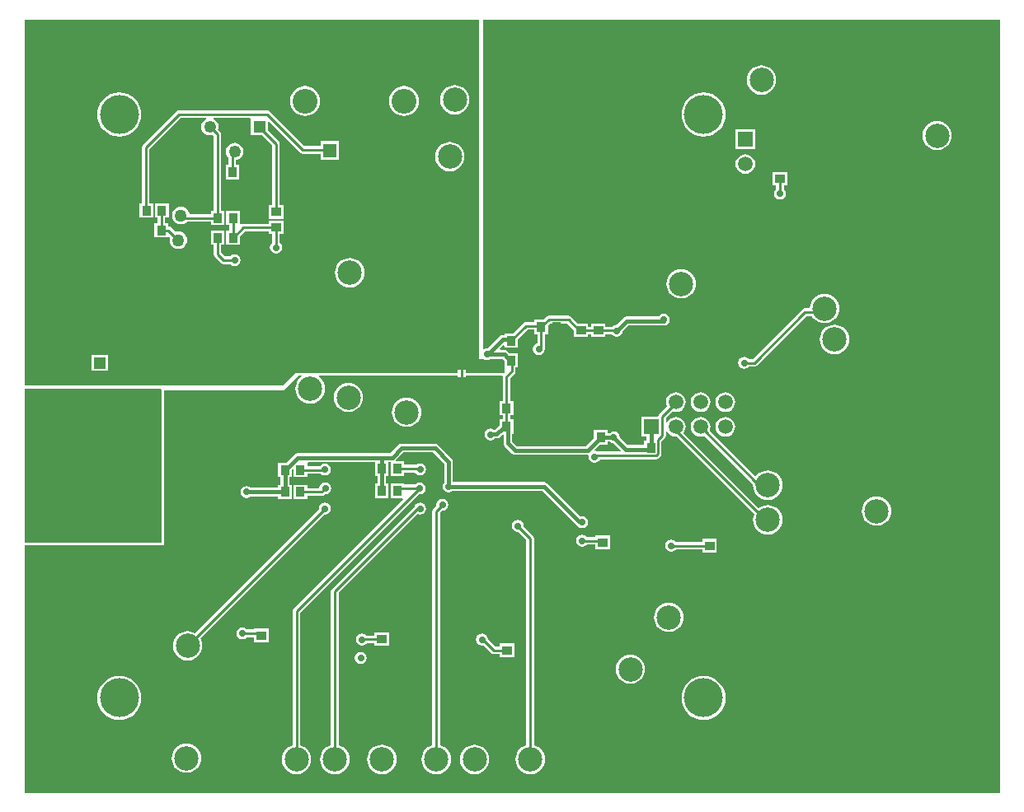
<source format=gbl>
G04*
G04 #@! TF.GenerationSoftware,Altium Limited,Altium Designer,18.1.7 (191)*
G04*
G04 Layer_Physical_Order=2*
G04 Layer_Color=16711680*
%FSLAX25Y25*%
%MOIN*%
G70*
G01*
G75*
%ADD13C,0.01000*%
%ADD24R,0.03937X0.03543*%
%ADD30R,0.03543X0.03937*%
%ADD73C,0.01500*%
%ADD74C,0.09843*%
%ADD75R,0.04574X0.04574*%
%ADD76C,0.04724*%
%ADD77R,0.05906X0.05906*%
%ADD78C,0.05906*%
%ADD79C,0.15748*%
%ADD80R,0.05906X0.05906*%
%ADD81R,0.04921X0.04921*%
%ADD82C,0.04921*%
%ADD83C,0.10039*%
%ADD84R,0.05512X0.05512*%
%ADD85C,0.05512*%
%ADD86C,0.02800*%
%ADD87C,0.05000*%
G36*
X395480Y1020D02*
X1020D01*
Y101191D01*
X57590D01*
Y164000D01*
X105886D01*
X111755Y169869D01*
X112993D01*
X113099Y169369D01*
X112293Y168707D01*
X111553Y167806D01*
X111003Y166777D01*
X110664Y165661D01*
X110550Y164500D01*
X110664Y163339D01*
X111003Y162223D01*
X111553Y161194D01*
X112293Y160293D01*
X113194Y159553D01*
X114223Y159003D01*
X115339Y158664D01*
X116500Y158550D01*
X117661Y158664D01*
X118777Y159003D01*
X119806Y159553D01*
X120707Y160293D01*
X121447Y161194D01*
X121997Y162223D01*
X122336Y163339D01*
X122450Y164500D01*
X122336Y165661D01*
X121997Y166777D01*
X121447Y167806D01*
X120707Y168707D01*
X119901Y169369D01*
X120007Y169869D01*
X176274D01*
Y168197D01*
X176390Y167612D01*
X176722Y167116D01*
X176919Y166919D01*
X177415Y166587D01*
X178000Y166471D01*
X178585Y166587D01*
X179081Y166919D01*
X179413Y167415D01*
X179529Y168000D01*
X179413Y168585D01*
X179332Y168706D01*
Y169869D01*
X194134D01*
X194451Y169482D01*
X194451Y169480D01*
Y159660D01*
X193209D01*
Y153723D01*
X194451D01*
Y152160D01*
X193209D01*
Y149943D01*
X191241Y147976D01*
X190863D01*
X190436Y148261D01*
X189500Y148447D01*
X188564Y148261D01*
X187770Y147730D01*
X187239Y146936D01*
X187053Y146000D01*
X187239Y145064D01*
X187770Y144270D01*
X188564Y143739D01*
X189500Y143553D01*
X190436Y143739D01*
X191230Y144270D01*
X191322Y144407D01*
X191980D01*
X192663Y144543D01*
X193242Y144930D01*
X194216Y145903D01*
X194716Y145696D01*
Y142500D01*
X194852Y141817D01*
X195238Y141238D01*
X198238Y138238D01*
X198817Y137852D01*
X199500Y137716D01*
X228659D01*
X228776Y137739D01*
X229130Y137385D01*
X229053Y137000D01*
X229239Y136064D01*
X229770Y135270D01*
X230564Y134739D01*
X231500Y134553D01*
X232436Y134739D01*
X233230Y135270D01*
X233720Y136002D01*
X256536D01*
X257121Y136118D01*
X257618Y136450D01*
X258204Y137036D01*
X258535Y137532D01*
X258651Y138117D01*
Y143187D01*
X259928Y144463D01*
X260260Y144959D01*
X260376Y145545D01*
Y147183D01*
X260876Y147283D01*
X260941Y147125D01*
X261575Y146300D01*
X262401Y145666D01*
X263362Y145268D01*
X264394Y145132D01*
X264669Y145168D01*
X296023Y113814D01*
X296003Y113777D01*
X295664Y112661D01*
X295550Y111500D01*
X295664Y110339D01*
X296003Y109223D01*
X296553Y108194D01*
X297293Y107293D01*
X298194Y106553D01*
X299223Y106003D01*
X300339Y105664D01*
X301500Y105550D01*
X302661Y105664D01*
X303777Y106003D01*
X304806Y106553D01*
X305707Y107293D01*
X306447Y108194D01*
X306997Y109223D01*
X307336Y110339D01*
X307450Y111500D01*
X307336Y112661D01*
X306997Y113777D01*
X306447Y114806D01*
X305707Y115707D01*
X304806Y116447D01*
X303777Y116997D01*
X302661Y117336D01*
X301500Y117450D01*
X300339Y117336D01*
X299223Y116997D01*
X298194Y116447D01*
X297932Y116231D01*
X267495Y146668D01*
X267847Y147125D01*
X268245Y148087D01*
X268381Y149119D01*
X268245Y150151D01*
X267847Y151112D01*
X267213Y151938D01*
X266387Y152572D01*
X265426Y152970D01*
X264394Y153106D01*
X263362Y152970D01*
X262401Y152572D01*
X261575Y151938D01*
X260941Y151112D01*
X260876Y150955D01*
X260376Y151055D01*
Y152713D01*
X263057Y155394D01*
X263362Y155268D01*
X264394Y155132D01*
X265426Y155268D01*
X266387Y155666D01*
X267213Y156300D01*
X267847Y157125D01*
X268245Y158087D01*
X268381Y159119D01*
X268245Y160151D01*
X267847Y161112D01*
X267213Y161938D01*
X266387Y162572D01*
X265426Y162970D01*
X264394Y163106D01*
X263362Y162970D01*
X262401Y162572D01*
X261575Y161938D01*
X260941Y161112D01*
X260543Y160151D01*
X260407Y159119D01*
X260543Y158087D01*
X260801Y157464D01*
X257765Y154428D01*
X257434Y153932D01*
X257317Y153347D01*
Y153072D01*
X250441D01*
Y145166D01*
X252566D01*
Y143468D01*
X251579D01*
Y141784D01*
X244895D01*
X241743Y144936D01*
X241576Y145777D01*
X241045Y146571D01*
X240252Y147102D01*
X239315Y147288D01*
X238379Y147102D01*
X237666Y146625D01*
X236772D01*
Y147809D01*
X231228D01*
Y144593D01*
X227920Y141284D01*
X200239D01*
X198284Y143239D01*
Y146223D01*
X198752D01*
Y152160D01*
X197510D01*
Y153723D01*
X198752D01*
Y159660D01*
X197510D01*
Y168847D01*
X199081Y170419D01*
X199413Y170915D01*
X199529Y171500D01*
Y173046D01*
X200622D01*
Y178983D01*
X197040D01*
X196262Y179762D01*
X195683Y180148D01*
X195000Y180284D01*
X193416D01*
X193224Y180746D01*
X194617Y182139D01*
X195079Y181947D01*
Y181046D01*
X200622D01*
Y184623D01*
X204469Y188471D01*
X207210D01*
Y186463D01*
X208453D01*
Y182838D01*
X208064Y182761D01*
X207270Y182230D01*
X206739Y181436D01*
X206553Y180500D01*
X206739Y179564D01*
X207270Y178770D01*
X208064Y178239D01*
X209000Y178053D01*
X209936Y178239D01*
X210730Y178770D01*
X211261Y179564D01*
X211447Y180500D01*
X211374Y180866D01*
X211395Y180897D01*
X211511Y181482D01*
Y186463D01*
X212754D01*
Y190040D01*
X213684Y190971D01*
X220367D01*
X223031Y188306D01*
Y185378D01*
X228969D01*
Y186620D01*
X230031D01*
Y185378D01*
X235968D01*
Y186620D01*
X238535D01*
X238770Y186270D01*
X239564Y185739D01*
X240500Y185553D01*
X241436Y185739D01*
X242230Y186270D01*
X242761Y187064D01*
X242928Y187905D01*
X245239Y190216D01*
X258682D01*
X259500Y190053D01*
X260436Y190239D01*
X261230Y190770D01*
X261761Y191564D01*
X261947Y192500D01*
X261761Y193436D01*
X261230Y194230D01*
X260436Y194761D01*
X259500Y194947D01*
X258564Y194761D01*
X257770Y194230D01*
X257472Y193784D01*
X244500D01*
X243817Y193649D01*
X243238Y193262D01*
X243238Y193262D01*
X240405Y190428D01*
X239564Y190261D01*
X238770Y189730D01*
X238735Y189679D01*
X235968D01*
Y190921D01*
X230031D01*
Y189679D01*
X228969D01*
Y190921D01*
X224742D01*
X222081Y193581D01*
X221585Y193913D01*
X221000Y194029D01*
X213050D01*
X212465Y193913D01*
X211969Y193581D01*
X210788Y192400D01*
X207210D01*
Y191529D01*
X203836D01*
X203251Y191413D01*
X202755Y191081D01*
X198656Y186983D01*
X195079D01*
Y186284D01*
X194455D01*
X193772Y186149D01*
X193193Y185762D01*
X188316Y180884D01*
X188000Y180947D01*
X187064Y180761D01*
X186941Y180679D01*
X186500Y180914D01*
Y313941D01*
X395480Y313941D01*
X395480Y1020D01*
D02*
G37*
G36*
X184954Y176632D02*
X185188Y176398D01*
X186827D01*
X187064Y176239D01*
X188000Y176053D01*
X188936Y176239D01*
X189173Y176398D01*
X194579D01*
X195079Y175898D01*
Y173046D01*
X195277D01*
Y171216D01*
X194842Y170781D01*
X179332D01*
Y173841D01*
X179216Y174426D01*
X178884Y174922D01*
X178388Y175254D01*
X177803Y175370D01*
X177218Y175254D01*
X176722Y174922D01*
X176390Y174426D01*
X176274Y173841D01*
Y170781D01*
X110337D01*
X105556Y166000D01*
X1020D01*
Y313941D01*
X184954D01*
Y176632D01*
D02*
G37*
G36*
X238379Y142580D02*
X239220Y142413D01*
X242110Y139523D01*
X241919Y139061D01*
X232736D01*
X232436Y139261D01*
X231781Y139391D01*
X231616Y139934D01*
X233555Y141872D01*
X236772D01*
Y143057D01*
X237666D01*
X238379Y142580D01*
D02*
G37*
G36*
X56571Y164000D02*
Y102211D01*
X1020D01*
X1020Y164500D01*
X56166D01*
X56571Y164000D01*
D02*
G37*
%LPC*%
G36*
X299000Y295450D02*
X297839Y295336D01*
X296723Y294997D01*
X295694Y294447D01*
X294793Y293707D01*
X294053Y292806D01*
X293503Y291777D01*
X293164Y290661D01*
X293050Y289500D01*
X293164Y288339D01*
X293503Y287223D01*
X294053Y286194D01*
X294793Y285293D01*
X295694Y284553D01*
X296723Y284003D01*
X297839Y283664D01*
X299000Y283550D01*
X300161Y283664D01*
X301277Y284003D01*
X302306Y284553D01*
X303207Y285293D01*
X303947Y286194D01*
X304497Y287223D01*
X304836Y288339D01*
X304950Y289500D01*
X304836Y290661D01*
X304497Y291777D01*
X303947Y292806D01*
X303207Y293707D01*
X302306Y294447D01*
X301277Y294997D01*
X300161Y295336D01*
X299000Y295450D01*
D02*
G37*
G36*
X275590Y284507D02*
X273851Y284336D01*
X272178Y283829D01*
X270637Y283005D01*
X269285Y281896D01*
X268176Y280544D01*
X267352Y279003D01*
X266845Y277330D01*
X266674Y275590D01*
X266845Y273851D01*
X267352Y272178D01*
X268176Y270637D01*
X269285Y269285D01*
X270637Y268176D01*
X272178Y267352D01*
X273851Y266845D01*
X275590Y266674D01*
X277330Y266845D01*
X279003Y267352D01*
X280544Y268176D01*
X281896Y269285D01*
X283005Y270637D01*
X283829Y272178D01*
X284336Y273851D01*
X284507Y275590D01*
X284336Y277330D01*
X283829Y279003D01*
X283005Y280544D01*
X281896Y281896D01*
X280544Y283005D01*
X279003Y283829D01*
X277330Y284336D01*
X275590Y284507D01*
D02*
G37*
G36*
X296453Y269453D02*
X288547D01*
Y261547D01*
X296453D01*
Y269453D01*
D02*
G37*
G36*
X370000Y272950D02*
X368839Y272836D01*
X367723Y272497D01*
X366694Y271947D01*
X365793Y271207D01*
X365053Y270306D01*
X364503Y269277D01*
X364164Y268161D01*
X364050Y267000D01*
X364164Y265839D01*
X364503Y264723D01*
X365053Y263694D01*
X365793Y262793D01*
X366694Y262053D01*
X367723Y261503D01*
X368839Y261164D01*
X370000Y261050D01*
X371161Y261164D01*
X372277Y261503D01*
X373306Y262053D01*
X374207Y262793D01*
X374947Y263694D01*
X375497Y264723D01*
X375836Y265839D01*
X375950Y267000D01*
X375836Y268161D01*
X375497Y269277D01*
X374947Y270306D01*
X374207Y271207D01*
X373306Y271947D01*
X372277Y272497D01*
X371161Y272836D01*
X370000Y272950D01*
D02*
G37*
G36*
X292500Y259487D02*
X291468Y259351D01*
X290507Y258953D01*
X289681Y258319D01*
X289047Y257493D01*
X288649Y256532D01*
X288513Y255500D01*
X288649Y254468D01*
X289047Y253507D01*
X289681Y252681D01*
X290507Y252047D01*
X291468Y251649D01*
X292500Y251513D01*
X293532Y251649D01*
X294493Y252047D01*
X295319Y252681D01*
X295953Y253507D01*
X296351Y254468D01*
X296487Y255500D01*
X296351Y256532D01*
X295953Y257493D01*
X295319Y258319D01*
X294493Y258953D01*
X293532Y259351D01*
X292500Y259487D01*
D02*
G37*
G36*
X309469Y252272D02*
X303532D01*
Y246728D01*
X304971D01*
Y245364D01*
X304770Y245230D01*
X304239Y244436D01*
X304053Y243500D01*
X304239Y242564D01*
X304770Y241770D01*
X305564Y241239D01*
X306500Y241053D01*
X307436Y241239D01*
X308230Y241770D01*
X308761Y242564D01*
X308947Y243500D01*
X308761Y244436D01*
X308230Y245230D01*
X308029Y245364D01*
Y246728D01*
X309469D01*
Y252272D01*
D02*
G37*
G36*
X266500Y212950D02*
X265339Y212836D01*
X264223Y212497D01*
X263194Y211947D01*
X262293Y211207D01*
X261553Y210306D01*
X261003Y209277D01*
X260664Y208161D01*
X260550Y207000D01*
X260664Y205839D01*
X261003Y204723D01*
X261553Y203694D01*
X262293Y202793D01*
X263194Y202053D01*
X264223Y201503D01*
X265339Y201164D01*
X266500Y201050D01*
X267661Y201164D01*
X268777Y201503D01*
X269806Y202053D01*
X270707Y202793D01*
X271447Y203694D01*
X271997Y204723D01*
X272336Y205839D01*
X272450Y207000D01*
X272336Y208161D01*
X271997Y209277D01*
X271447Y210306D01*
X270707Y211207D01*
X269806Y211947D01*
X268777Y212497D01*
X267661Y212836D01*
X266500Y212950D01*
D02*
G37*
G36*
X324500Y202950D02*
X323339Y202836D01*
X322223Y202497D01*
X321194Y201947D01*
X320293Y201207D01*
X319553Y200306D01*
X319003Y199277D01*
X318664Y198161D01*
X318553Y197029D01*
X316500D01*
X315915Y196913D01*
X315419Y196581D01*
X295367Y176529D01*
X293864D01*
X293730Y176730D01*
X292936Y177261D01*
X292000Y177447D01*
X291064Y177261D01*
X290270Y176730D01*
X289739Y175936D01*
X289553Y175000D01*
X289739Y174064D01*
X290270Y173270D01*
X291064Y172739D01*
X292000Y172553D01*
X292936Y172739D01*
X293730Y173270D01*
X293864Y173471D01*
X296000D01*
X296585Y173587D01*
X297081Y173919D01*
X317133Y193971D01*
X319405D01*
X319553Y193694D01*
X320293Y192793D01*
X321194Y192053D01*
X322223Y191503D01*
X323339Y191164D01*
X324500Y191050D01*
X325661Y191164D01*
X326777Y191503D01*
X327806Y192053D01*
X328707Y192793D01*
X329447Y193694D01*
X329997Y194723D01*
X330336Y195839D01*
X330450Y197000D01*
X330336Y198161D01*
X329997Y199277D01*
X329447Y200306D01*
X328707Y201207D01*
X327806Y201947D01*
X326777Y202497D01*
X325661Y202836D01*
X324500Y202950D01*
D02*
G37*
G36*
X328500Y190450D02*
X327339Y190336D01*
X326223Y189997D01*
X325194Y189447D01*
X324293Y188707D01*
X323553Y187806D01*
X323003Y186777D01*
X322664Y185661D01*
X322550Y184500D01*
X322664Y183339D01*
X323003Y182223D01*
X323553Y181194D01*
X324293Y180293D01*
X325194Y179553D01*
X326223Y179003D01*
X327339Y178664D01*
X328500Y178550D01*
X329661Y178664D01*
X330777Y179003D01*
X331806Y179553D01*
X332707Y180293D01*
X333447Y181194D01*
X333997Y182223D01*
X334336Y183339D01*
X334450Y184500D01*
X334336Y185661D01*
X333997Y186777D01*
X333447Y187806D01*
X332707Y188707D01*
X331806Y189447D01*
X330777Y189997D01*
X329661Y190336D01*
X328500Y190450D01*
D02*
G37*
G36*
X284394Y163106D02*
X283362Y162970D01*
X282401Y162572D01*
X281575Y161938D01*
X280941Y161112D01*
X280543Y160151D01*
X280407Y159119D01*
X280543Y158087D01*
X280941Y157125D01*
X281575Y156300D01*
X282401Y155666D01*
X283362Y155268D01*
X284394Y155132D01*
X285426Y155268D01*
X286387Y155666D01*
X287213Y156300D01*
X287847Y157125D01*
X288245Y158087D01*
X288381Y159119D01*
X288245Y160151D01*
X287847Y161112D01*
X287213Y161938D01*
X286387Y162572D01*
X285426Y162970D01*
X284394Y163106D01*
D02*
G37*
G36*
X274394D02*
X273362Y162970D01*
X272401Y162572D01*
X271575Y161938D01*
X270941Y161112D01*
X270543Y160151D01*
X270407Y159119D01*
X270543Y158087D01*
X270941Y157125D01*
X271575Y156300D01*
X272401Y155666D01*
X273362Y155268D01*
X274394Y155132D01*
X275426Y155268D01*
X276387Y155666D01*
X277213Y156300D01*
X277847Y157125D01*
X278245Y158087D01*
X278381Y159119D01*
X278245Y160151D01*
X277847Y161112D01*
X277213Y161938D01*
X276387Y162572D01*
X275426Y162970D01*
X274394Y163106D01*
D02*
G37*
G36*
X132000Y166950D02*
X130839Y166836D01*
X129723Y166497D01*
X128694Y165947D01*
X127793Y165207D01*
X127053Y164306D01*
X126503Y163277D01*
X126164Y162161D01*
X126050Y161000D01*
X126164Y159839D01*
X126503Y158723D01*
X127053Y157694D01*
X127793Y156793D01*
X128694Y156053D01*
X129723Y155503D01*
X130839Y155164D01*
X132000Y155050D01*
X133161Y155164D01*
X134277Y155503D01*
X135306Y156053D01*
X136207Y156793D01*
X136947Y157694D01*
X137497Y158723D01*
X137836Y159839D01*
X137950Y161000D01*
X137836Y162161D01*
X137497Y163277D01*
X136947Y164306D01*
X136207Y165207D01*
X135306Y165947D01*
X134277Y166497D01*
X133161Y166836D01*
X132000Y166950D01*
D02*
G37*
G36*
X155500Y160950D02*
X154339Y160836D01*
X153223Y160497D01*
X152194Y159947D01*
X151293Y159207D01*
X150553Y158306D01*
X150003Y157277D01*
X149664Y156161D01*
X149550Y155000D01*
X149664Y153839D01*
X150003Y152723D01*
X150553Y151694D01*
X151293Y150793D01*
X152194Y150053D01*
X153223Y149503D01*
X154339Y149164D01*
X155500Y149050D01*
X156661Y149164D01*
X157777Y149503D01*
X158806Y150053D01*
X159707Y150793D01*
X160447Y151694D01*
X160997Y152723D01*
X161336Y153839D01*
X161450Y155000D01*
X161336Y156161D01*
X160997Y157277D01*
X160447Y158306D01*
X159707Y159207D01*
X158806Y159947D01*
X157777Y160497D01*
X156661Y160836D01*
X155500Y160950D01*
D02*
G37*
G36*
X284394Y153106D02*
X283362Y152970D01*
X282401Y152572D01*
X281575Y151938D01*
X280941Y151112D01*
X280543Y150151D01*
X280407Y149119D01*
X280543Y148087D01*
X280941Y147125D01*
X281575Y146300D01*
X282401Y145666D01*
X283362Y145268D01*
X284394Y145132D01*
X285426Y145268D01*
X286387Y145666D01*
X287213Y146300D01*
X287847Y147125D01*
X288245Y148087D01*
X288381Y149119D01*
X288245Y150151D01*
X287847Y151112D01*
X287213Y151938D01*
X286387Y152572D01*
X285426Y152970D01*
X284394Y153106D01*
D02*
G37*
G36*
X160843Y126638D02*
X159907Y126452D01*
X159113Y125922D01*
X158978Y125721D01*
X154606D01*
Y126160D01*
X149063D01*
Y120223D01*
X153907D01*
X154098Y119761D01*
X109919Y75581D01*
X109587Y75085D01*
X109471Y74500D01*
Y20224D01*
X108723Y19997D01*
X107694Y19447D01*
X106793Y18707D01*
X106053Y17806D01*
X105503Y16777D01*
X105164Y15661D01*
X105050Y14500D01*
X105164Y13339D01*
X105503Y12223D01*
X106053Y11194D01*
X106793Y10293D01*
X107694Y9553D01*
X108723Y9003D01*
X109839Y8664D01*
X111000Y8550D01*
X112161Y8664D01*
X113277Y9003D01*
X114306Y9553D01*
X115207Y10293D01*
X115947Y11194D01*
X116497Y12223D01*
X116836Y13339D01*
X116950Y14500D01*
X116836Y15661D01*
X116497Y16777D01*
X115947Y17806D01*
X115207Y18707D01*
X114306Y19447D01*
X113277Y19997D01*
X112529Y20224D01*
Y73866D01*
X160479Y121817D01*
X160843Y121744D01*
X161779Y121931D01*
X162573Y122461D01*
X163104Y123255D01*
X163290Y124191D01*
X163104Y125128D01*
X162573Y125922D01*
X161779Y126452D01*
X160843Y126638D01*
D02*
G37*
G36*
X122697D02*
X121760Y126452D01*
X120966Y125922D01*
X120436Y125128D01*
X120256Y124224D01*
X115421D01*
Y125664D01*
X109878D01*
Y119727D01*
X115421D01*
Y121166D01*
X121201D01*
X121786Y121282D01*
X122282Y121614D01*
X122460Y121792D01*
X122697Y121744D01*
X123633Y121931D01*
X124427Y122461D01*
X124958Y123255D01*
X125144Y124191D01*
X124958Y125128D01*
X124427Y125922D01*
X123633Y126452D01*
X122697Y126638D01*
D02*
G37*
G36*
X274394Y153106D02*
X273362Y152970D01*
X272401Y152572D01*
X271575Y151938D01*
X270941Y151112D01*
X270543Y150151D01*
X270407Y149119D01*
X270543Y148087D01*
X270941Y147125D01*
X271575Y146300D01*
X272401Y145666D01*
X273362Y145268D01*
X274394Y145132D01*
X275426Y145268D01*
X275890Y145460D01*
X295577Y125773D01*
X295550Y125500D01*
X295664Y124339D01*
X296003Y123223D01*
X296553Y122194D01*
X297293Y121293D01*
X298194Y120553D01*
X299223Y120003D01*
X300339Y119664D01*
X301500Y119550D01*
X302661Y119664D01*
X303777Y120003D01*
X304806Y120553D01*
X305707Y121293D01*
X306447Y122194D01*
X306997Y123223D01*
X307336Y124339D01*
X307450Y125500D01*
X307336Y126661D01*
X306997Y127777D01*
X306447Y128806D01*
X305707Y129707D01*
X304806Y130447D01*
X303777Y130997D01*
X302661Y131336D01*
X301500Y131450D01*
X300339Y131336D01*
X299223Y130997D01*
X298194Y130447D01*
X297293Y129707D01*
X296932Y129268D01*
X296433Y129243D01*
X278053Y147623D01*
X278245Y148087D01*
X278381Y149119D01*
X278245Y150151D01*
X277847Y151112D01*
X277213Y151938D01*
X276387Y152572D01*
X275426Y152970D01*
X274394Y153106D01*
D02*
G37*
G36*
X170000Y119947D02*
X169064Y119761D01*
X168270Y119230D01*
X167739Y118436D01*
X167553Y117500D01*
X167600Y117263D01*
X166419Y116081D01*
X166087Y115585D01*
X165971Y115000D01*
Y20224D01*
X165223Y19997D01*
X164194Y19447D01*
X163293Y18707D01*
X162553Y17806D01*
X162003Y16777D01*
X161664Y15661D01*
X161550Y14500D01*
X161664Y13339D01*
X162003Y12223D01*
X162553Y11194D01*
X163293Y10293D01*
X164194Y9553D01*
X165223Y9003D01*
X166339Y8664D01*
X167500Y8550D01*
X168661Y8664D01*
X169777Y9003D01*
X170806Y9553D01*
X171707Y10293D01*
X172447Y11194D01*
X172997Y12223D01*
X173336Y13339D01*
X173450Y14500D01*
X173336Y15661D01*
X172997Y16777D01*
X172447Y17806D01*
X171707Y18707D01*
X170806Y19447D01*
X169777Y19997D01*
X169029Y20224D01*
Y114366D01*
X169763Y115100D01*
X170000Y115053D01*
X170936Y115239D01*
X171730Y115770D01*
X172261Y116564D01*
X172447Y117500D01*
X172261Y118436D01*
X171730Y119230D01*
X170936Y119761D01*
X170000Y119947D01*
D02*
G37*
G36*
X161000Y118447D02*
X160064Y118261D01*
X159270Y117730D01*
X158739Y116936D01*
X158731Y116894D01*
X125419Y83581D01*
X125087Y83085D01*
X124971Y82500D01*
Y20224D01*
X124223Y19997D01*
X123194Y19447D01*
X122293Y18707D01*
X121553Y17806D01*
X121003Y16777D01*
X120664Y15661D01*
X120550Y14500D01*
X120664Y13339D01*
X121003Y12223D01*
X121553Y11194D01*
X122293Y10293D01*
X123194Y9553D01*
X124223Y9003D01*
X125339Y8664D01*
X126500Y8550D01*
X127661Y8664D01*
X128777Y9003D01*
X129806Y9553D01*
X130707Y10293D01*
X131447Y11194D01*
X131997Y12223D01*
X132336Y13339D01*
X132450Y14500D01*
X132336Y15661D01*
X131997Y16777D01*
X131447Y17806D01*
X130707Y18707D01*
X129806Y19447D01*
X128777Y19997D01*
X128029Y20224D01*
Y81867D01*
X159967Y113804D01*
X160064Y113739D01*
X161000Y113553D01*
X161936Y113739D01*
X162730Y114270D01*
X163261Y115064D01*
X163447Y116000D01*
X163261Y116936D01*
X162730Y117730D01*
X161936Y118261D01*
X161000Y118447D01*
D02*
G37*
G36*
X122500D02*
X121564Y118261D01*
X120770Y117730D01*
X120239Y116936D01*
X120053Y116000D01*
X120100Y115763D01*
X69966Y65629D01*
X69277Y65997D01*
X68161Y66336D01*
X67000Y66450D01*
X65839Y66336D01*
X64723Y65997D01*
X63694Y65447D01*
X62793Y64707D01*
X62053Y63806D01*
X61503Y62777D01*
X61164Y61661D01*
X61050Y60500D01*
X61164Y59339D01*
X61503Y58223D01*
X62053Y57194D01*
X62793Y56293D01*
X63694Y55553D01*
X64723Y55003D01*
X65839Y54664D01*
X67000Y54550D01*
X68161Y54664D01*
X69277Y55003D01*
X70306Y55553D01*
X71207Y56293D01*
X71947Y57194D01*
X72497Y58223D01*
X72836Y59339D01*
X72950Y60500D01*
X72836Y61661D01*
X72497Y62777D01*
X72129Y63466D01*
X122263Y113600D01*
X122500Y113553D01*
X123436Y113739D01*
X124230Y114270D01*
X124761Y115064D01*
X124947Y116000D01*
X124761Y116936D01*
X124230Y117730D01*
X123436Y118261D01*
X122500Y118447D01*
D02*
G37*
G36*
X345500Y120950D02*
X344339Y120836D01*
X343223Y120497D01*
X342194Y119947D01*
X341293Y119207D01*
X340553Y118306D01*
X340003Y117277D01*
X339664Y116161D01*
X339550Y115000D01*
X339664Y113839D01*
X340003Y112723D01*
X340553Y111694D01*
X341293Y110793D01*
X342194Y110053D01*
X343223Y109503D01*
X344339Y109164D01*
X345500Y109050D01*
X346661Y109164D01*
X347777Y109503D01*
X348806Y110053D01*
X349707Y110793D01*
X350447Y111694D01*
X350997Y112723D01*
X351336Y113839D01*
X351450Y115000D01*
X351336Y116161D01*
X350997Y117277D01*
X350447Y118306D01*
X349707Y119207D01*
X348806Y119947D01*
X347777Y120497D01*
X346661Y120836D01*
X345500Y120950D01*
D02*
G37*
G36*
X153500Y142284D02*
X152817Y142148D01*
X152238Y141762D01*
X148952Y138476D01*
X145691D01*
X145691Y138476D01*
X145691Y138476D01*
X111351D01*
X111350Y138476D01*
X110668Y138340D01*
X110089Y137953D01*
X110089Y137953D01*
X106796Y134660D01*
X103579D01*
Y128723D01*
X104566D01*
Y125664D01*
X103579D01*
Y124480D01*
X92523D01*
X91810Y124956D01*
X90874Y125143D01*
X89938Y124956D01*
X89144Y124426D01*
X88613Y123632D01*
X88427Y122695D01*
X88613Y121759D01*
X89144Y120965D01*
X89938Y120435D01*
X90874Y120248D01*
X91810Y120435D01*
X92523Y120911D01*
X103579D01*
Y119727D01*
X109122D01*
Y125664D01*
X108135D01*
Y128723D01*
X109122D01*
Y131874D01*
X109401Y132098D01*
X109878Y131888D01*
Y128723D01*
X115421D01*
Y130162D01*
X120723D01*
X120770Y130091D01*
X121564Y129561D01*
X122500Y129374D01*
X123437Y129561D01*
X124231Y130091D01*
X124761Y130885D01*
X124947Y131821D01*
X124761Y132758D01*
X124231Y133552D01*
X123437Y134082D01*
X122500Y134268D01*
X121564Y134082D01*
X120770Y133552D01*
X120549Y133221D01*
X115421D01*
Y134660D01*
X115819Y134907D01*
X142764D01*
Y129254D01*
X143751D01*
Y126160D01*
X142764D01*
Y120223D01*
X148307D01*
Y126160D01*
X147320D01*
Y129254D01*
X148307D01*
Y134907D01*
X149063D01*
Y129254D01*
X154606D01*
Y130694D01*
X158867D01*
X159270Y130091D01*
X160064Y129561D01*
X161000Y129374D01*
X161936Y129561D01*
X162730Y130091D01*
X163261Y130885D01*
X163447Y131821D01*
X163261Y132758D01*
X162730Y133552D01*
X161936Y134082D01*
X161000Y134268D01*
X160064Y134082D01*
X159570Y133752D01*
X154606D01*
Y135191D01*
X151422D01*
X151215Y135691D01*
X154239Y138716D01*
X166261D01*
X170716Y134261D01*
Y126649D01*
X170239Y125936D01*
X170053Y125000D01*
X170239Y124064D01*
X170770Y123270D01*
X171564Y122739D01*
X172500Y122553D01*
X173436Y122739D01*
X174150Y123216D01*
X210261D01*
X223738Y109738D01*
X224317Y109352D01*
X224391Y109337D01*
X224770Y108770D01*
X225564Y108239D01*
X226500Y108053D01*
X227436Y108239D01*
X228230Y108770D01*
X228761Y109564D01*
X228947Y110500D01*
X228761Y111436D01*
X228230Y112230D01*
X227436Y112761D01*
X226500Y112947D01*
X225730Y112794D01*
X212262Y126262D01*
X211683Y126648D01*
X211000Y126784D01*
X174284D01*
Y135000D01*
X174148Y135683D01*
X173762Y136262D01*
X173762Y136262D01*
X168262Y141762D01*
X167683Y142148D01*
X167000Y142284D01*
X153500D01*
X153500Y142284D01*
D02*
G37*
G36*
X280968Y103772D02*
X275031D01*
Y102529D01*
X264365D01*
X264230Y102730D01*
X263436Y103261D01*
X262500Y103447D01*
X261564Y103261D01*
X260770Y102730D01*
X260239Y101936D01*
X260053Y101000D01*
X260239Y100064D01*
X260770Y99270D01*
X261564Y98739D01*
X262500Y98553D01*
X263436Y98739D01*
X264230Y99270D01*
X264365Y99471D01*
X275031D01*
Y98228D01*
X280968D01*
Y103772D01*
D02*
G37*
G36*
X226500Y105447D02*
X225564Y105261D01*
X224770Y104730D01*
X224239Y103936D01*
X224053Y103000D01*
X224239Y102064D01*
X224770Y101270D01*
X225564Y100739D01*
X226500Y100553D01*
X227436Y100739D01*
X228230Y101270D01*
X228364Y101471D01*
X231953D01*
Y99579D01*
X237890D01*
Y105122D01*
X231953D01*
Y104529D01*
X228364D01*
X228230Y104730D01*
X227436Y105261D01*
X226500Y105447D01*
D02*
G37*
G36*
X261500Y77950D02*
X260339Y77836D01*
X259223Y77497D01*
X258194Y76947D01*
X257293Y76207D01*
X256553Y75306D01*
X256003Y74277D01*
X255664Y73161D01*
X255550Y72000D01*
X255664Y70839D01*
X256003Y69723D01*
X256553Y68694D01*
X257293Y67793D01*
X258194Y67053D01*
X259223Y66503D01*
X260339Y66164D01*
X261500Y66050D01*
X262661Y66164D01*
X263777Y66503D01*
X264806Y67053D01*
X265707Y67793D01*
X266447Y68694D01*
X266997Y69723D01*
X267336Y70839D01*
X267450Y72000D01*
X267336Y73161D01*
X266997Y74277D01*
X266447Y75306D01*
X265707Y76207D01*
X264806Y76947D01*
X263777Y77497D01*
X262661Y77836D01*
X261500Y77950D01*
D02*
G37*
G36*
X148468Y65921D02*
X142532D01*
Y64679D01*
X139265D01*
X139230Y64730D01*
X138436Y65261D01*
X137500Y65447D01*
X136564Y65261D01*
X135770Y64730D01*
X135239Y63936D01*
X135053Y63000D01*
X135239Y62064D01*
X135770Y61270D01*
X136564Y60739D01*
X137500Y60553D01*
X138436Y60739D01*
X139230Y61270D01*
X139464Y61620D01*
X142532D01*
Y60378D01*
X148468D01*
Y65921D01*
D02*
G37*
G36*
X89191Y67947D02*
X88255Y67761D01*
X87461Y67230D01*
X86931Y66436D01*
X86744Y65500D01*
X86931Y64564D01*
X87461Y63770D01*
X88255Y63239D01*
X89191Y63053D01*
X90128Y63239D01*
X90922Y63770D01*
X91056Y63971D01*
X93723D01*
Y61878D01*
X99660D01*
Y67421D01*
X93723D01*
Y67029D01*
X91056D01*
X90922Y67230D01*
X90128Y67761D01*
X89191Y67947D01*
D02*
G37*
G36*
X186000Y65447D02*
X185064Y65261D01*
X184270Y64730D01*
X183739Y63936D01*
X183553Y63000D01*
X183739Y62064D01*
X184270Y61270D01*
X185064Y60739D01*
X186000Y60553D01*
X186654Y60683D01*
X189806Y57531D01*
X190302Y57200D01*
X190887Y57083D01*
X193081D01*
Y55841D01*
X199018D01*
Y61384D01*
X193081D01*
Y60142D01*
X191521D01*
X188393Y63270D01*
X188261Y63936D01*
X187730Y64730D01*
X186936Y65261D01*
X186000Y65447D01*
D02*
G37*
G36*
X137000Y57947D02*
X136064Y57761D01*
X135270Y57230D01*
X134739Y56436D01*
X134553Y55500D01*
X134739Y54564D01*
X135270Y53770D01*
X136064Y53239D01*
X137000Y53053D01*
X137936Y53239D01*
X138730Y53770D01*
X139261Y54564D01*
X139447Y55500D01*
X139261Y56436D01*
X138730Y57230D01*
X137936Y57761D01*
X137000Y57947D01*
D02*
G37*
G36*
X246000Y56950D02*
X244839Y56836D01*
X243723Y56497D01*
X242694Y55947D01*
X241793Y55207D01*
X241053Y54306D01*
X240503Y53277D01*
X240164Y52161D01*
X240050Y51000D01*
X240164Y49839D01*
X240503Y48723D01*
X241053Y47694D01*
X241793Y46793D01*
X242694Y46053D01*
X243723Y45503D01*
X244839Y45164D01*
X246000Y45050D01*
X247161Y45164D01*
X248277Y45503D01*
X249306Y46053D01*
X250207Y46793D01*
X250947Y47694D01*
X251497Y48723D01*
X251836Y49839D01*
X251950Y51000D01*
X251836Y52161D01*
X251497Y53277D01*
X250947Y54306D01*
X250207Y55207D01*
X249306Y55947D01*
X248277Y56497D01*
X247161Y56836D01*
X246000Y56950D01*
D02*
G37*
G36*
X275590Y48287D02*
X273851Y48116D01*
X272178Y47608D01*
X270637Y46784D01*
X269285Y45675D01*
X268176Y44324D01*
X267352Y42783D01*
X266845Y41110D01*
X266674Y39370D01*
X266845Y37631D01*
X267352Y35958D01*
X268176Y34416D01*
X269285Y33065D01*
X270637Y31956D01*
X272178Y31132D01*
X273851Y30624D01*
X275590Y30453D01*
X277330Y30624D01*
X279003Y31132D01*
X280544Y31956D01*
X281896Y33065D01*
X283005Y34416D01*
X283829Y35958D01*
X284336Y37631D01*
X284507Y39370D01*
X284336Y41110D01*
X283829Y42783D01*
X283005Y44324D01*
X281896Y45675D01*
X280544Y46784D01*
X279003Y47608D01*
X277330Y48116D01*
X275590Y48287D01*
D02*
G37*
G36*
X39370D02*
X37631Y48116D01*
X35958Y47608D01*
X34416Y46784D01*
X33065Y45675D01*
X31956Y44324D01*
X31132Y42783D01*
X30624Y41110D01*
X30453Y39370D01*
X30624Y37631D01*
X31132Y35958D01*
X31956Y34416D01*
X33065Y33065D01*
X34416Y31956D01*
X35958Y31132D01*
X37631Y30624D01*
X39370Y30453D01*
X41110Y30624D01*
X42783Y31132D01*
X44324Y31956D01*
X45675Y33065D01*
X46784Y34416D01*
X47608Y35958D01*
X48116Y37631D01*
X48287Y39370D01*
X48116Y41110D01*
X47608Y42783D01*
X46784Y44324D01*
X45675Y45675D01*
X44324Y46784D01*
X42783Y47608D01*
X41110Y48116D01*
X39370Y48287D01*
D02*
G37*
G36*
X66500Y20950D02*
X65339Y20836D01*
X64223Y20497D01*
X63194Y19947D01*
X62293Y19207D01*
X61553Y18306D01*
X61003Y17277D01*
X60664Y16161D01*
X60550Y15000D01*
X60664Y13839D01*
X61003Y12723D01*
X61553Y11694D01*
X62293Y10793D01*
X63194Y10053D01*
X64223Y9503D01*
X65339Y9164D01*
X66500Y9050D01*
X67661Y9164D01*
X68777Y9503D01*
X69806Y10053D01*
X70707Y10793D01*
X71447Y11694D01*
X71997Y12723D01*
X72336Y13839D01*
X72450Y15000D01*
X72336Y16161D01*
X71997Y17277D01*
X71447Y18306D01*
X70707Y19207D01*
X69806Y19947D01*
X68777Y20497D01*
X67661Y20836D01*
X66500Y20950D01*
D02*
G37*
G36*
X200500Y111447D02*
X199564Y111261D01*
X198770Y110730D01*
X198239Y109936D01*
X198053Y109000D01*
X198239Y108064D01*
X198770Y107270D01*
X199564Y106739D01*
X200500Y106553D01*
X200737Y106600D01*
X203971Y103366D01*
Y20224D01*
X203223Y19997D01*
X202194Y19447D01*
X201293Y18707D01*
X200553Y17806D01*
X200003Y16777D01*
X199664Y15661D01*
X199550Y14500D01*
X199664Y13339D01*
X200003Y12223D01*
X200553Y11194D01*
X201293Y10293D01*
X202194Y9553D01*
X203223Y9003D01*
X204339Y8664D01*
X205500Y8550D01*
X206661Y8664D01*
X207777Y9003D01*
X208806Y9553D01*
X209707Y10293D01*
X210447Y11194D01*
X210997Y12223D01*
X211336Y13339D01*
X211450Y14500D01*
X211336Y15661D01*
X210997Y16777D01*
X210447Y17806D01*
X209707Y18707D01*
X208806Y19447D01*
X207777Y19997D01*
X207029Y20224D01*
Y104000D01*
X206913Y104585D01*
X206581Y105081D01*
X202900Y108763D01*
X202947Y109000D01*
X202761Y109936D01*
X202230Y110730D01*
X201436Y111261D01*
X200500Y111447D01*
D02*
G37*
G36*
X183000Y20450D02*
X181839Y20336D01*
X180723Y19997D01*
X179694Y19447D01*
X178793Y18707D01*
X178053Y17806D01*
X177503Y16777D01*
X177164Y15661D01*
X177050Y14500D01*
X177164Y13339D01*
X177503Y12223D01*
X178053Y11194D01*
X178793Y10293D01*
X179694Y9553D01*
X180723Y9003D01*
X181839Y8664D01*
X183000Y8550D01*
X184161Y8664D01*
X185277Y9003D01*
X186306Y9553D01*
X187207Y10293D01*
X187947Y11194D01*
X188497Y12223D01*
X188836Y13339D01*
X188950Y14500D01*
X188836Y15661D01*
X188497Y16777D01*
X187947Y17806D01*
X187207Y18707D01*
X186306Y19447D01*
X185277Y19997D01*
X184161Y20336D01*
X183000Y20450D01*
D02*
G37*
G36*
X145500D02*
X144339Y20336D01*
X143223Y19997D01*
X142194Y19447D01*
X141293Y18707D01*
X140553Y17806D01*
X140003Y16777D01*
X139664Y15661D01*
X139550Y14500D01*
X139664Y13339D01*
X140003Y12223D01*
X140553Y11194D01*
X141293Y10293D01*
X142194Y9553D01*
X143223Y9003D01*
X144339Y8664D01*
X145500Y8550D01*
X146661Y8664D01*
X147777Y9003D01*
X148806Y9553D01*
X149707Y10293D01*
X150447Y11194D01*
X150997Y12223D01*
X151336Y13339D01*
X151450Y14500D01*
X151336Y15661D01*
X150997Y16777D01*
X150447Y17806D01*
X149707Y18707D01*
X148806Y19447D01*
X147777Y19997D01*
X146661Y20336D01*
X145500Y20450D01*
D02*
G37*
G36*
X175000Y287450D02*
X173839Y287336D01*
X172723Y286997D01*
X171694Y286447D01*
X170793Y285707D01*
X170053Y284806D01*
X169503Y283777D01*
X169164Y282661D01*
X169050Y281500D01*
X169164Y280339D01*
X169503Y279223D01*
X170053Y278194D01*
X170793Y277293D01*
X171694Y276553D01*
X172723Y276003D01*
X173839Y275664D01*
X175000Y275550D01*
X176161Y275664D01*
X177277Y276003D01*
X178306Y276553D01*
X179207Y277293D01*
X179947Y278194D01*
X180497Y279223D01*
X180836Y280339D01*
X180950Y281500D01*
X180836Y282661D01*
X180497Y283777D01*
X179947Y284806D01*
X179207Y285707D01*
X178306Y286447D01*
X177277Y286997D01*
X176161Y287336D01*
X175000Y287450D01*
D02*
G37*
G36*
X154500Y287049D02*
X153320Y286933D01*
X152185Y286588D01*
X151139Y286029D01*
X150223Y285277D01*
X149471Y284361D01*
X148912Y283315D01*
X148567Y282180D01*
X148451Y281000D01*
X148567Y279820D01*
X148912Y278685D01*
X149471Y277640D01*
X150223Y276723D01*
X151139Y275971D01*
X152185Y275412D01*
X153320Y275067D01*
X154500Y274951D01*
X155680Y275067D01*
X156815Y275412D01*
X157861Y275971D01*
X158777Y276723D01*
X159529Y277640D01*
X160088Y278685D01*
X160433Y279820D01*
X160549Y281000D01*
X160433Y282180D01*
X160088Y283315D01*
X159529Y284361D01*
X158777Y285277D01*
X157861Y286029D01*
X156815Y286588D01*
X155680Y286933D01*
X154500Y287049D01*
D02*
G37*
G36*
X114500D02*
X113320Y286933D01*
X112185Y286588D01*
X111140Y286029D01*
X110223Y285277D01*
X109471Y284361D01*
X108912Y283315D01*
X108567Y282180D01*
X108451Y281000D01*
X108567Y279820D01*
X108912Y278685D01*
X109471Y277640D01*
X110223Y276723D01*
X111140Y275971D01*
X112185Y275412D01*
X113320Y275067D01*
X114500Y274951D01*
X115680Y275067D01*
X116815Y275412D01*
X117860Y275971D01*
X118777Y276723D01*
X119529Y277640D01*
X120088Y278685D01*
X120433Y279820D01*
X120549Y281000D01*
X120433Y282180D01*
X120088Y283315D01*
X119529Y284361D01*
X118777Y285277D01*
X117860Y286029D01*
X116815Y286588D01*
X115680Y286933D01*
X114500Y287049D01*
D02*
G37*
G36*
X39370Y284507D02*
X37631Y284336D01*
X35958Y283829D01*
X34416Y283005D01*
X33065Y281896D01*
X31956Y280544D01*
X31132Y279003D01*
X30624Y277330D01*
X30453Y275590D01*
X30624Y273851D01*
X31132Y272178D01*
X31956Y270637D01*
X33065Y269285D01*
X34416Y268176D01*
X35958Y267352D01*
X37631Y266845D01*
X39370Y266674D01*
X41110Y266845D01*
X42783Y267352D01*
X44324Y268176D01*
X45675Y269285D01*
X46784Y270637D01*
X47608Y272178D01*
X48116Y273851D01*
X48287Y275590D01*
X48116Y277330D01*
X47608Y279003D01*
X46784Y280544D01*
X45675Y281896D01*
X44324Y283005D01*
X42783Y283829D01*
X41110Y284336D01*
X39370Y284507D01*
D02*
G37*
G36*
X98992Y277221D02*
X63500D01*
X62915Y277104D01*
X62419Y276773D01*
X49025Y263380D01*
X48694Y262883D01*
X48577Y262298D01*
Y239660D01*
X47579D01*
Y233723D01*
X53122D01*
Y239660D01*
X51636D01*
Y261665D01*
X64134Y274162D01*
X74362D01*
X74461Y273662D01*
X74255Y273576D01*
X73532Y273022D01*
X72977Y272299D01*
X72628Y271457D01*
X72509Y270553D01*
X72628Y269650D01*
X72977Y268808D01*
X73532Y268085D01*
X74255Y267531D01*
X75097Y267182D01*
X76000Y267063D01*
X76903Y267182D01*
X77119Y267271D01*
X77577Y266813D01*
Y236660D01*
X76335D01*
Y235221D01*
X67717D01*
X67666Y235605D01*
X67314Y236456D01*
X66753Y237188D01*
X66022Y237749D01*
X65170Y238101D01*
X64256Y238222D01*
X63343Y238101D01*
X62491Y237749D01*
X61760Y237188D01*
X61199Y236456D01*
X60847Y235605D01*
X60726Y234691D01*
X60847Y233778D01*
X61199Y232926D01*
X61760Y232195D01*
X62491Y231634D01*
X63343Y231281D01*
X64256Y231161D01*
X65170Y231281D01*
X66022Y231634D01*
X66709Y232162D01*
X76335D01*
Y230723D01*
X81878D01*
Y236660D01*
X80636D01*
Y267447D01*
X80520Y268032D01*
X80188Y268528D01*
X79282Y269434D01*
X79372Y269650D01*
X79491Y270553D01*
X79372Y271457D01*
X79023Y272299D01*
X78468Y273022D01*
X77745Y273576D01*
X77539Y273662D01*
X77638Y274162D01*
X92101D01*
X92539Y274014D01*
Y267093D01*
X97192D01*
X101227Y263058D01*
Y238872D01*
X99788D01*
Y233329D01*
X105725D01*
Y238872D01*
X104286D01*
Y263691D01*
X104169Y264277D01*
X103838Y264773D01*
X99461Y269150D01*
Y272407D01*
X99923Y272598D01*
X112411Y260110D01*
X112907Y259778D01*
X113492Y259662D01*
X120744D01*
Y257244D01*
X128256D01*
Y264756D01*
X120744D01*
Y262721D01*
X114126D01*
X100074Y276773D01*
X99577Y277104D01*
X98992Y277221D01*
D02*
G37*
G36*
X173000Y264450D02*
X171839Y264336D01*
X170723Y263997D01*
X169694Y263447D01*
X168793Y262707D01*
X168053Y261806D01*
X167503Y260777D01*
X167164Y259661D01*
X167050Y258500D01*
X167164Y257339D01*
X167503Y256223D01*
X168053Y255194D01*
X168793Y254293D01*
X169694Y253553D01*
X170723Y253003D01*
X171839Y252664D01*
X173000Y252550D01*
X174161Y252664D01*
X175277Y253003D01*
X176306Y253553D01*
X177207Y254293D01*
X177947Y255194D01*
X178497Y256223D01*
X178836Y257339D01*
X178950Y258500D01*
X178836Y259661D01*
X178497Y260777D01*
X177947Y261806D01*
X177207Y262707D01*
X176306Y263447D01*
X175277Y263997D01*
X174161Y264336D01*
X173000Y264450D01*
D02*
G37*
G36*
X86000Y264044D02*
X85097Y263925D01*
X84255Y263576D01*
X83532Y263022D01*
X82977Y262299D01*
X82628Y261457D01*
X82509Y260554D01*
X82628Y259650D01*
X82977Y258808D01*
X83532Y258085D01*
X83577Y258050D01*
Y255160D01*
X82335D01*
Y249223D01*
X87878D01*
Y255160D01*
X86636D01*
Y257147D01*
X86903Y257182D01*
X87745Y257531D01*
X88468Y258085D01*
X89023Y258808D01*
X89372Y259650D01*
X89490Y260554D01*
X89372Y261457D01*
X89023Y262299D01*
X88468Y263022D01*
X87745Y263576D01*
X86903Y263925D01*
X86000Y264044D01*
D02*
G37*
G36*
X59421Y239660D02*
X53878D01*
Y233723D01*
X54877D01*
Y231660D01*
X53634D01*
Y225723D01*
X59178D01*
Y225840D01*
X59645Y226033D01*
X59913Y225765D01*
X59847Y225605D01*
X59726Y224691D01*
X59847Y223778D01*
X60199Y222926D01*
X60760Y222195D01*
X61491Y221634D01*
X62343Y221281D01*
X63256Y221161D01*
X64170Y221281D01*
X65022Y221634D01*
X65753Y222195D01*
X66314Y222926D01*
X66666Y223778D01*
X66787Y224691D01*
X66666Y225605D01*
X66314Y226456D01*
X65753Y227188D01*
X65022Y227749D01*
X64170Y228101D01*
X63256Y228222D01*
X62343Y228101D01*
X62107Y228004D01*
X60338Y229773D01*
X59842Y230104D01*
X59256Y230221D01*
X59178D01*
Y231660D01*
X57935D01*
Y233723D01*
X59421D01*
Y239660D01*
D02*
G37*
G36*
X88178Y236660D02*
X82634D01*
Y230723D01*
X83877D01*
Y228660D01*
X82634D01*
Y222723D01*
X88178D01*
Y226300D01*
X90150Y228272D01*
X99788D01*
Y227030D01*
X101227D01*
Y223556D01*
X101026Y223422D01*
X100496Y222628D01*
X100309Y221691D01*
X100496Y220755D01*
X101026Y219961D01*
X101820Y219431D01*
X102756Y219244D01*
X103693Y219431D01*
X104487Y219961D01*
X105017Y220755D01*
X105203Y221691D01*
X105017Y222628D01*
X104487Y223422D01*
X104286Y223556D01*
Y227030D01*
X105725D01*
Y232573D01*
X99788D01*
Y231331D01*
X89516D01*
X88931Y231214D01*
X88678Y231045D01*
X88178Y231312D01*
Y236660D01*
D02*
G37*
G36*
X81878Y228660D02*
X76335D01*
Y222723D01*
X77577D01*
Y218893D01*
X77694Y218308D01*
X78025Y217812D01*
X80419Y215419D01*
X80915Y215087D01*
X81500Y214971D01*
X84136D01*
X84270Y214770D01*
X85064Y214239D01*
X86000Y214053D01*
X86936Y214239D01*
X87730Y214770D01*
X88261Y215564D01*
X88447Y216500D01*
X88261Y217436D01*
X87730Y218230D01*
X86936Y218761D01*
X86000Y218947D01*
X85064Y218761D01*
X84270Y218230D01*
X84136Y218029D01*
X82134D01*
X80636Y219527D01*
Y222723D01*
X81878D01*
Y228660D01*
D02*
G37*
G36*
X132500Y217450D02*
X131339Y217336D01*
X130223Y216997D01*
X129194Y216447D01*
X128293Y215707D01*
X127553Y214806D01*
X127003Y213777D01*
X126664Y212661D01*
X126550Y211500D01*
X126664Y210339D01*
X127003Y209223D01*
X127553Y208194D01*
X128293Y207293D01*
X129194Y206553D01*
X130223Y206003D01*
X131339Y205664D01*
X132500Y205550D01*
X133661Y205664D01*
X134777Y206003D01*
X135806Y206553D01*
X136707Y207293D01*
X137447Y208194D01*
X137997Y209223D01*
X138336Y210339D01*
X138450Y211500D01*
X138336Y212661D01*
X137997Y213777D01*
X137447Y214806D01*
X136707Y215707D01*
X135806Y216447D01*
X134777Y216997D01*
X133661Y217336D01*
X132500Y217450D01*
D02*
G37*
G36*
X34787Y178287D02*
X28213D01*
Y171713D01*
X34787D01*
Y178287D01*
D02*
G37*
%LPD*%
D13*
X225500Y188000D02*
X226000D01*
X198000Y171500D02*
Y177000D01*
X263000Y100500D02*
X263500Y101000D01*
X200500Y109000D02*
X205500Y104000D01*
Y14500D02*
Y104000D01*
X177803Y168197D02*
X178000Y168000D01*
X177803Y168197D02*
Y173841D01*
X81500Y216500D02*
X86000D01*
X79107Y218893D02*
X81500Y216500D01*
X79107Y218893D02*
Y225691D01*
X170000Y117500D02*
X170500Y118000D01*
X167500Y115000D02*
X170000Y117500D01*
X167500Y15000D02*
Y115000D01*
X126500Y82500D02*
X160500Y116500D01*
X126500Y16000D02*
Y82500D01*
X152835Y124191D02*
X160843D01*
X111000Y74500D02*
X160500Y124000D01*
X111000Y16000D02*
Y74500D01*
X67000Y60500D02*
X122000Y115500D01*
X95256Y271191D02*
X102756Y263691D01*
Y236744D02*
X103000Y236500D01*
X102756Y236744D02*
Y263691D01*
X316500Y195500D02*
X324000D01*
X296000Y175000D02*
X316500Y195500D01*
X292000Y175000D02*
X296000D01*
X263500Y101000D02*
X278000D01*
X85406Y225691D02*
X89516Y229802D01*
X85000Y226500D02*
X85406Y226906D01*
Y233691D01*
X264394Y147606D02*
X301500Y110500D01*
X264394Y147606D02*
Y149119D01*
X274394D02*
X298513Y125000D01*
X301000D01*
X186500Y63000D02*
X190887Y58613D01*
X196049D01*
X138150Y63150D02*
X145500D01*
X123809Y261191D02*
X124500Y260500D01*
X113492Y261191D02*
X123809D01*
X56406Y228691D02*
Y236691D01*
X75256Y271191D02*
X75947Y270501D01*
X64256Y233691D02*
X79107D01*
X50107Y236691D02*
Y262298D01*
X85107Y252191D02*
Y261042D01*
X234081Y102553D02*
X234921Y103394D01*
X258847Y153347D02*
X264000Y158500D01*
X258847Y145545D02*
Y153347D01*
X257122Y143820D02*
X258847Y145545D01*
X257122Y138117D02*
Y143820D01*
X256536Y137531D02*
X257122Y138117D01*
X232031Y137531D02*
X256536D01*
X231500Y137000D02*
X232031Y137531D01*
X197918Y184082D02*
X203836Y190000D01*
X221000Y192500D02*
X225500Y188000D01*
X213050Y192500D02*
X221000D01*
X209982Y189432D02*
X213050Y192500D01*
X209000Y180500D02*
X209982Y181482D01*
Y189432D01*
X306500Y243500D02*
Y249500D01*
X226000Y188150D02*
X233000D01*
X203836Y190000D02*
X209500D01*
X195980Y169480D02*
X198000Y171500D01*
X195980Y156691D02*
Y169480D01*
X233150Y188150D02*
X239850D01*
X233000D02*
X233150D01*
X233500Y188500D01*
X239850Y188150D02*
X240000Y188000D01*
X195980Y149191D02*
Y156480D01*
X284119Y159119D02*
X284394D01*
X226500Y103000D02*
X233635D01*
X234081Y102553D01*
X254350Y149075D02*
X254394Y149119D01*
X151835Y123191D02*
X152835Y124191D01*
X160598Y132223D02*
X161000Y131821D01*
X151835Y132223D02*
X160598D01*
X121201Y122695D02*
X122697Y124191D01*
X112650Y122695D02*
X121201D01*
X122370Y131691D02*
X122500Y131821D01*
X112650Y131691D02*
X122370D01*
X95841Y65500D02*
X96691Y64650D01*
X89191Y65500D02*
X95841D01*
X59256Y228691D02*
X63256Y224691D01*
X56406Y228691D02*
X59256D01*
X102756Y221691D02*
Y229802D01*
X89516D02*
X102756D01*
X79107Y233691D02*
Y267447D01*
X76000Y270553D02*
X79107Y267447D01*
X98992Y275691D02*
X113492Y261191D01*
X50107Y262298D02*
X63500Y275691D01*
X98992D01*
D24*
X234922Y108650D02*
D03*
Y102350D02*
D03*
X177803Y173841D02*
D03*
Y167542D02*
D03*
X278000Y107299D02*
D03*
Y101000D02*
D03*
X306500Y255799D02*
D03*
Y249500D02*
D03*
X226000Y188150D02*
D03*
Y181850D02*
D03*
X233000D02*
D03*
Y188150D02*
D03*
X196049Y58613D02*
D03*
Y52313D02*
D03*
X145500Y63150D02*
D03*
Y56850D02*
D03*
X96691Y58350D02*
D03*
Y64650D02*
D03*
X102756Y236101D02*
D03*
Y229802D02*
D03*
D30*
X79107Y225691D02*
D03*
X85406D02*
D03*
X204150Y176014D02*
D03*
X197850D02*
D03*
X216281Y189432D02*
D03*
X209982D02*
D03*
X197850Y184014D02*
D03*
X204150D02*
D03*
X195980Y156691D02*
D03*
X202280D02*
D03*
X254350Y140500D02*
D03*
X260650D02*
D03*
X227701Y144841D02*
D03*
X234000D02*
D03*
X145535Y132223D02*
D03*
X151835D02*
D03*
X145535Y123191D02*
D03*
X151835D02*
D03*
X202280Y149191D02*
D03*
X195980D02*
D03*
X91406Y252191D02*
D03*
X85107D02*
D03*
X50350Y236691D02*
D03*
X56650D02*
D03*
X112650Y122695D02*
D03*
X106350D02*
D03*
X112650Y131691D02*
D03*
X106350D02*
D03*
X79107Y233691D02*
D03*
X85406D02*
D03*
X50107Y228691D02*
D03*
X56406D02*
D03*
D73*
X244500Y192000D02*
X259500D01*
X194480Y148691D02*
X194980Y148191D01*
X189000Y146191D02*
X191980D01*
X145691Y136691D02*
X149691D01*
X111350D02*
X145691D01*
X145535Y136535D02*
X145691Y136691D01*
X145535Y132223D02*
Y136535D01*
X149691Y136691D02*
X153500Y140500D01*
X196500Y142500D02*
X199500Y139500D01*
X196500Y142500D02*
Y148000D01*
X199500Y139500D02*
X228659D01*
X195000Y178500D02*
X196500Y177000D01*
X188455Y178500D02*
X195000D01*
X188000D02*
X188455D01*
X240500Y188000D02*
X244500Y192000D01*
X211000Y125000D02*
X225000Y111000D01*
X172500Y125000D02*
X211000D01*
X172500Y125500D02*
Y135000D01*
X167000Y140500D02*
X172500Y135000D01*
X153500Y140500D02*
X167000D01*
X244156Y140000D02*
X254000D01*
X239315Y144841D02*
X244156Y140000D01*
X188455Y178500D02*
X194455Y184500D01*
X197500D01*
X194980Y148191D02*
X195980Y149191D01*
X228659Y139500D02*
X234000Y144841D01*
X239315D01*
X254350Y140500D02*
Y149075D01*
X191980Y146191D02*
X194480Y148691D01*
X106350Y131691D02*
X111350Y136691D01*
X145535Y123191D02*
Y132223D01*
X106350Y131691D02*
X106350Y131691D01*
X106350Y122695D02*
Y131691D01*
X90874Y122695D02*
X106350D01*
X106350Y122695D01*
D74*
X246000Y51000D02*
D03*
X261500Y72000D02*
D03*
X66500Y15000D02*
D03*
X183000Y14500D02*
D03*
X145500D02*
D03*
X370000Y267000D02*
D03*
X299000Y289500D02*
D03*
X345500Y115000D02*
D03*
X266500Y207000D02*
D03*
X328500Y184500D02*
D03*
X301500Y125500D02*
D03*
X324500Y197000D02*
D03*
X301500Y111500D02*
D03*
X155500Y155000D02*
D03*
X132000Y161000D02*
D03*
X116500Y164500D02*
D03*
X205500Y14500D02*
D03*
X167500D02*
D03*
X132500Y211500D02*
D03*
X175000Y281500D02*
D03*
X173000Y258500D02*
D03*
X126500Y14500D02*
D03*
X111000D02*
D03*
X67000Y60500D02*
D03*
D75*
X31500Y175000D02*
D03*
D76*
X23626D02*
D03*
D77*
X254394Y149119D02*
D03*
D78*
X264394D02*
D03*
X274394D02*
D03*
X284394D02*
D03*
X254394Y159119D02*
D03*
X264394D02*
D03*
X274394D02*
D03*
X284394D02*
D03*
X292500Y255500D02*
D03*
D79*
X39370Y39370D02*
D03*
Y275590D02*
D03*
X275590D02*
D03*
Y39370D02*
D03*
D80*
X292500Y265500D02*
D03*
D81*
X96000Y270553D02*
D03*
D82*
X86000Y260554D02*
D03*
X76000Y270553D02*
D03*
D83*
X114500Y281000D02*
D03*
X154500D02*
D03*
D84*
X124500Y261000D02*
D03*
D85*
X134500D02*
D03*
D86*
X83000Y92500D02*
D03*
X49500Y153000D02*
D03*
Y117000D02*
D03*
X45000Y108000D02*
D03*
X40500Y153000D02*
D03*
Y117000D02*
D03*
X36000Y108000D02*
D03*
X31500Y153000D02*
D03*
Y117000D02*
D03*
X27000Y108000D02*
D03*
X22500Y153000D02*
D03*
X18000Y144000D02*
D03*
X22500Y135000D02*
D03*
X18000Y126000D02*
D03*
X22500Y117000D02*
D03*
X18000Y108000D02*
D03*
X13500Y153000D02*
D03*
X9000Y144000D02*
D03*
X13500Y135000D02*
D03*
X9000Y126000D02*
D03*
X13500Y117000D02*
D03*
X9000Y108000D02*
D03*
X225000Y201000D02*
D03*
X137000Y55500D02*
D03*
X354000Y302500D02*
D03*
X353000Y268500D02*
D03*
X350000Y231500D02*
D03*
X262000Y116500D02*
D03*
X176500Y210500D02*
D03*
X189500Y146000D02*
D03*
X86000Y216500D02*
D03*
X230500Y173500D02*
D03*
X303000Y153000D02*
D03*
X200500Y109000D02*
D03*
X161000Y116000D02*
D03*
X172000Y101500D02*
D03*
X132500Y100500D02*
D03*
X121500Y100000D02*
D03*
X122500Y116000D02*
D03*
X292000Y175000D02*
D03*
X262500Y101000D02*
D03*
X273000Y71000D02*
D03*
X347500Y70500D02*
D03*
X259500Y192500D02*
D03*
X170000Y117500D02*
D03*
X186000Y47000D02*
D03*
Y63000D02*
D03*
X137500D02*
D03*
X172500Y125000D02*
D03*
X239000Y277500D02*
D03*
X223500Y278000D02*
D03*
X231000Y277500D02*
D03*
X215500Y278000D02*
D03*
X137500Y48000D02*
D03*
X231500Y137000D02*
D03*
X196500Y241000D02*
D03*
X196000Y214500D02*
D03*
X188000Y178500D02*
D03*
X190500Y185000D02*
D03*
X214500Y180500D02*
D03*
X209000D02*
D03*
X306500Y243500D02*
D03*
X240500Y188000D02*
D03*
X276500Y227500D02*
D03*
X226500Y118000D02*
D03*
Y103000D02*
D03*
Y110500D02*
D03*
X227500Y151500D02*
D03*
X189000Y152191D02*
D03*
X239315Y144841D02*
D03*
X160843Y124191D02*
D03*
X161000Y131821D02*
D03*
X89781Y49469D02*
D03*
X122697Y124191D02*
D03*
X122500Y131821D02*
D03*
X90874Y122695D02*
D03*
X89191Y65500D02*
D03*
X373676Y145680D02*
D03*
X52057Y85385D02*
D03*
X81000Y124991D02*
D03*
X256236Y242191D02*
D03*
X102756Y221691D02*
D03*
X243470Y213542D02*
D03*
D87*
X125000Y228000D02*
D03*
X63256Y224691D02*
D03*
X87500Y176014D02*
D03*
X166756Y177191D02*
D03*
X64256Y234691D02*
D03*
X28256Y219282D02*
D03*
X98006Y194990D02*
D03*
M02*

</source>
